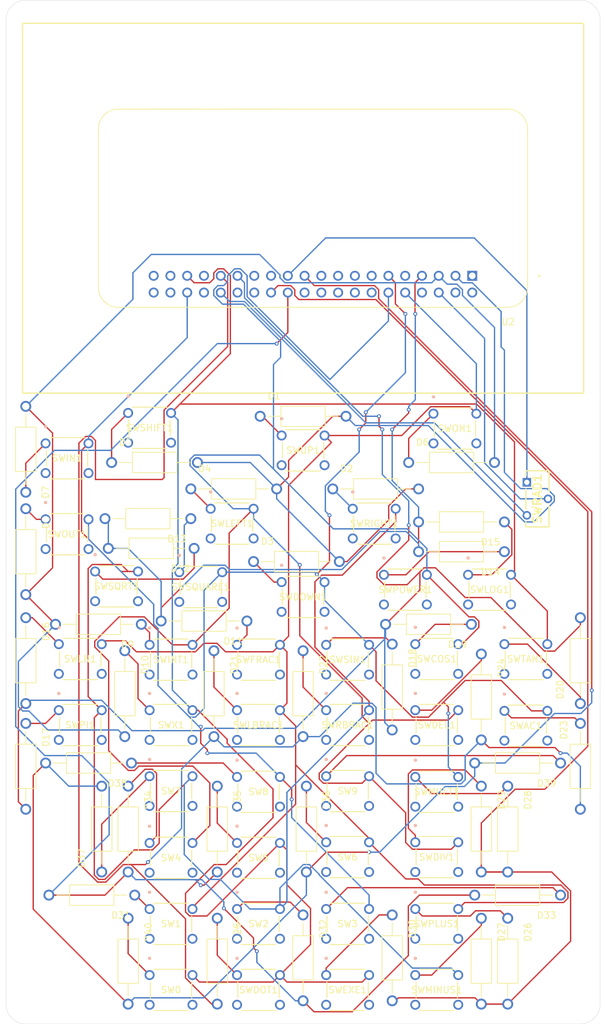
<source format=kicad_pcb>
(kicad_pcb (version 20240108) (generator "pcbnew") (generator_version "8.0")
  (layers (0 "F.Cu" signal) (31 "B.Cu" signal) (34 "B.Paste" user) (35 "F.Paste" user) (36 "B.SilkS" user "B.Silkscreen") (37 "F.SilkS" user "F.Silkscreen") (38 "B.Mask" user) (39 "F.Mask" user) (44 "Edge.Cuts" user))
  (net 0 "")
  (net 1 "GND")
  (net 2 "RAD")
  (net 3 "DEG")
  (net 4 "ROW1")
  (net 5 "Net-(D1-K)")
  (net 6 "Net-(D2-K)")
  (net 7 "Net-(D3-K)")
  (net 8 "Net-(D4-K)")
  (net 9 "Net-(D5-K)")
  (net 10 "Net-(D6-K)")
  (net 11 "ROW2")
  (net 12 "Net-(D7-K)")
  (net 13 "Net-(D8-K)")
  (net 14 "Net-(D9-K)")
  (net 15 "Net-(D10-K)")
  (net 16 "ROW3")
  (net 17 "Net-(D11-K)")
  (net 18 "Net-(D12-K)")
  (net 19 "Net-(D13-K)")
  (net 20 "Net-(D14-K)")
  (net 21 "Net-(D15-K)")
  (net 22 "ROW4")
  (net 23 "Net-(D16-K)")
  (net 24 "Net-(D17-K)")
  (net 25 "Net-(D18-K)")
  (net 26 "Net-(D19-K)")
  (net 27 "Net-(D20-K)")
  (net 28 "ROW5")
  (net 29 "Net-(D21-K)")
  (net 30 "Net-(D22-K)")
  (net 31 "Net-(D23-K)")
  (net 32 "Net-(D24-K)")
  (net 33 "Net-(D25-K)")
  (net 34 "Net-(D26-K)")
  (net 35 "ROW6")
  (net 36 "Net-(D27-K)")
  (net 37 "Net-(D28-K)")
  (net 38 "Net-(D29-K)")
  (net 39 "Net-(D30-K)")
  (net 40 "Net-(D31-K)")
  (net 41 "ROW7")
  (net 42 "Net-(D32-K)")
  (net 43 "Net-(D33-K)")
  (net 44 "Net-(D34-K)")
  (net 45 "Net-(D35-K)")
  (net 46 "Net-(D36-K)")
  (net 47 "ROW8")
  (net 48 "Net-(D37-K)")
  (net 49 "Net-(D38-K)")
  (net 50 "Net-(D39-K)")
  (net 51 "Net-(D40-K)")
  (net 52 "COL5")
  (net 57 "COL1")
  (net 58 "COL2")
  (net 63 "COL3")
  (net 66 "COL4")
  (footprint "B3F-1050:SW_B3F-1050_OMR" (layer "F.Cu") (at 89.999998 126.1049)
    (property "Reference" "SWFRAC1")
    (property "Value" "B3F-1050")
  )
  (footprint "1N4148 _DO-35_:DIOAD1300W80L670D310" (layer "F.Cu") (at 127 134 -90)
    (property "Reference" "D24")
    (property "Value" "D")
  )
  (footprint "B3F-1050:SW_B3F-1050_OMR" (layer "F.Cu") (at 60.999998 95.6049)
    (property "Reference" "SWIN1")
    (property "Value" "B3F-1050")
  )
  (footprint "1N4148 _DO-35_:DIOAD1300W80L670D310" (layer "F.Cu") (at 68 164 180)
    (property "Reference" "D31")
    (property "Value" "D")
  )
  (footprint "1N4148 _DO-35_:DIOAD1300W80L670D310" (layer "F.Cu") (at 69 123 180)
    (property "Reference" "D9")
    (property "Value" "D")
  )
  (footprint "1N4148 _DO-35_:DIOAD1300W80L670D310" (layer "F.Cu") (at 73 133.5 -90)
    (property "Reference" "D10")
    (property "Value" "D")
  )
  (footprint "1N4148 _DO-35_:DIOAD1300W80L670D310" (layer "F.Cu") (at 131 154 -90)
    (property "Reference" "D28")
    (property "Value" "D")
  )
  (footprint "B3F-1050:SW_B3F-1050_OMR" (layer "F.Cu") (at 103.5 135.999999)
    (property "Reference" "SWRBRAC1")
    (property "Value" "B3F-1050")
  )
  (footprint "B3F-1050:SW_B3F-1050_OMR" (layer "F.Cu") (at 117 166.1049)
    (property "Reference" "SWPLUS1")
    (property "Value" "B3F-1050")
  )
  (footprint "1N4148 _DO-35_:DIOAD1300W80L670D310" (layer "F.Cu") (at 100 91.5)
    (property "Reference" "D1")
    (property "Value" "D")
  )
  (footprint "B3F-1050:SW_B3F-1050_OMR" (layer "F.Cu") (at 103.5 146)
    (property "Reference" "SW9")
    (property "Value" "B3F-1050")
  )
  (footprint "1N4148 _DO-35_:DIOAD1300W80L670D310" (layer "F.Cu") (at 100.5 154 -90)
    (property "Reference" "D36")
    (property "Value" "D")
  )
  (footprint "B3F-1050:SW_B3F-1050_OMR" (layer "F.Cu") (at 68.499998 115)
    (property "Reference" "SWSQRT1")
    (property "Value" "B3F-1050")
  )
  (footprint "1N4148 _DO-35_:DIOAD1300W80L670D310" (layer "F.Cu") (at 85 122.5 180)
    (property "Reference" "D11")
    (property "Value" "D")
  )
  (footprint "1N4148 _DO-35_:DIOAD1300W80L670D310" (layer "F.Cu") (at 58 128.5 -90)
    (property "Reference" "D16")
    (property "Value" "D")
  )
  (footprint "1N4148 _DO-35_:DIOAD1300W80L670D310" (layer "F.Cu") (at 131 174 -90)
    (property "Reference" "D26")
    (property "Value" "D")
  )
  (footprint "B3F-1050:SW_B3F-1050_OMR" (layer "F.Cu") (at 124.999998 115.499999)
    (property "Reference" "SWLOG1")
    (property "Value" "B3F-1050")
  )
  (footprint "1N4148 _DO-35_:DIOAD1300W80L670D310" (layer "F.Cu") (at 69.5 154 90)
    (property "Reference" "D37")
    (property "Value" "D")
  )
  (footprint "B3F-1050:SW_B3F-1050_OMR" (layer "F.Cu") (at 76.749999 126.1049)
    (property "Reference" "SWINT1")
    (property "Value" "B3F-1050")
  )
  (footprint "B3F-1050:SW_B3F-1050_OMR" (layer "F.Cu") (at 76.749999 176.1049)
    (property "Reference" "SW0")
    (property "Value" "B3F-1050")
  )
  (footprint "1N4148 _DO-35_:DIOAD1300W80L670D310" (layer "F.Cu") (at 124 107.5 180)
    (property "Reference" "D15")
    (property "Value" "D")
  )
  (footprint "B3F-1050:SW_B3F-1050_OMR" (layer "F.Cu") (at 89.999998 166.1049)
    (property "Reference" "SW2")
    (property "Value" "B3F-1050")
  )
  (footprint "B3F-1050:SW_B3F-1050_OMR" (layer "F.Cu") (at 119.749999 91.1049)
    (property "Reference" "SWON1")
    (property "Value" "B3F-1050")
  )
  (footprint "1N4148 _DO-35_:DIOAD1300W80L670D310" (layer "F.Cu") (at 111 102.5)
    (property "Reference" "D2")
    (property "Value" "D")
  )
  (footprint "B3F-1050:SW_B3F-1050_OMR" (layer "F.Cu") (at 73.499998 90.999999)
    (property "Reference" "SWSHIFT1")
    (property "Value" "B3F-1050")
  )
  (footprint "1N4148 _DO-35_:DIOAD1300W80L670D310" (layer "F.Cu") (at 73.5 174 -90)
    (property "Reference" "D40")
    (property "Value" "D")
  )
  (footprint "1N4148 _DO-35_:DIOAD1300W80L670D310" (layer "F.Cu") (at 142 128.5 90)
    (property "Reference" "D20")
    (property "Value" "D")
  )
  (footprint "B3F-1050:SW_B3F-1050_OMR" (layer "F.Cu") (at 76.749999 136)
    (property "Reference" "SWX1")
    (property "Value" "B3F-1050")
  )
  (footprint "1N4148 _DO-35_:DIOAD1300W80L670D310" (layer "F.Cu") (at 132.5 164 180)
    (property "Reference" "D33")
    (property "Value" "D")
  )
  (footprint "RPI-Zero-2W:MODULE_RASPBERRY_PI_ZERO_2_W" (layer "F.Cu") (at 101.5 60 180)
    (property "Reference" "U2")
    (property "Value" "RASPBERRY_PI_ZERO_2_W")
  )
  (footprint "1N4148 _DO-35_:DIOAD1300W80L670D310" (layer "F.Cu") (at 113.5 173.5 -90)
    (property "Reference" "D30")
    (property "Value" "D")
  )
  (footprint "1N4148 _DO-35_:DIOAD1300W80L670D310" (layer "F.Cu") (at 76.5 107 180)
    (property "Reference" "D13")
    (property "Value" "D")
  )
  (footprint "1N4148 _DO-35_:DIOAD1300W80L670D310" (layer "F.Cu") (at 58 144.5 -90)
    (property "Reference" "D17")
    (property "Value" "D")
  )
  (footprint "B3F-1050:SW_B3F-1050_OMR" (layer "F.Cu") (at 76.749999 146)
    (property "Reference" "SW7")
    (property "Value" "B3F-1050")
  )
  (footprint "1N4148 _DO-35_:DIOAD1300W80L670D310" (layer "F.Cu") (at 127 174 -90)
    (property "Reference" "D27")
    (property "Value" "D")
  )
  (footprint "1N4148 _DO-35_:DIOAD1300W80L670D310" (layer "F.Cu") (at 77.5 98.5)
    (property "Reference" "D5")
    (property "Value" "D")
  )
  (footprint "B3F-1050:SW_B3F-1050_OMR" (layer "F.Cu") (at 81.249999 115.1049)
    (property "Reference" "SWSQUARE1")
    (property "Value" "B3F-1050")
  )
  (footprint "1N4148 _DO-35_:DIOAD1300W80L670D310" (layer "F.Cu") (at 142 144.5 -90)
    (property "Reference" "D23")
    (property "Value" "D")
  )
  (footprint "B3F-1050:SW_B3F-1050_OMR" (layer "F.Cu") (at 90 146.1049)
    (property "Reference" "SW8")
    (property "Value" "B3F-1050")
  )
  (footprint "B3F-1050:SW_B3F-1050_OMR" (layer "F.Cu") (at 107.527371 105.5)
    (property "Reference" "SWRIGHT1")
    (property "Value" "B3F-1050")
  )
  (footprint "1N4148 _DO-35_:DIOAD1300W80L670D310" (layer "F.Cu") (at 58 96.5 90)
    (property "Reference" "D7")
    (property "Value" "D")
  )
  (footprint "B3F-1050:SW_B3F-1050_OMR" (layer "F.Cu") (at 117 176.1049)
    (property "Reference" "SWMINUS1")
    (property "Value" "B3F-1050")
  )
  (footprint "B3F-1050:SW_B3F-1050_OMR" (layer "F.Cu") (at 103.5 176.1049)
    (property "Reference" "SWEXE1")
    (property "Value" "B3F-1050")
  )
  (footprint "B3F-1050:SW_B3F-1050_OMR" (layer "F.Cu") (at 76.749999 156.1049)
    (property "Reference" "SW4")
    (property "Value" "B3F-1050")
  )
  (footprint "1N4148 _DO-35_:DIOAD1300W80L670D310" (layer "F.Cu") (at 73.5 154 -90)
    (property "Reference" "D34")
    (property "Value" "D")
  )
  (footprint "1N4148 _DO-35_:DIOAD1300W80L670D310" (layer "F.Cu") (at 58 112 -90)
    (property "Reference" "D8")
    (property "Value" "D")
  )
  (footprint "B3F-1050:SW_B3F-1050_OMR" (layer "F.Cu") (at 103.5 126.1049)
    (property "Reference" "SWSIN1")
    (property "Value" "B3F-1050")
  )
  (footprint "1N4148 _DO-35_:DIOAD1300W80L670D310" (layer "F.Cu") (at 132.5 144 180)
    (property "Reference" "D39")
    (property "Value" "D")
  )
  (footprint "B3F-1050:SW_B3F-1050_OMR" (layer "F.Cu") (at 89.999998 156.1049)
    (property "Reference" "SW5")
    (property "Value" "B3F-1050")
  )
  (footprint "B3F-1050:SW_B3F-1050_OMR" (layer "F.Cu") (at 130.5 125.999999)
    (property "Reference" "SWTAN1")
    (property "Value" "B3F-1050")
  )
  (footprint "B3F-1050:SW_B3F-1050_OMR" (layer "F.Cu") (at 62.999998 135.999999)
    (property "Reference" "SWPI1")
    (property "Value" "B3F-1050")
  )
  (footprint "1N4148 _DO-35_:DIOAD1300W80L670D310" (layer "F.Cu") (at 89.5 102.5)
    (property "Reference" "D4")
    (property "Value" "D")
  )
  (footprint "1N4148 _DO-35_:DIOAD1300W80L670D310" (layer "F.Cu") (at 100 133.5 -90)
    (property "Reference" "D22")
    (property "Value" "D")
  )
  (footprint "B3F-1050:SW_B3F-1050_OMR" (layer "F.Cu") (at 116.999998 135.999999)
    (property "Reference" "SWDEL1")
    (property "Value" "B3F-1050")
  )
  (footprint "B3F-1050:SW_B3F-1050_OMR" (layer "F.Cu") (at 103.5 155.999999)
    (property "Reference" "SW6")
    (property "Value" "B3F-1050")
  )
  (footprint "1N4148 _DO-35_:DIOAD1300W80L670D310" (layer "F.Cu") (at 100 173.5 -90)
    (property "Reference" "D32")
    (property "Value" "D")
  )
  (footprint "B3F-1050:SW_B3F-1050_OMR" (layer "F.Cu") (at 90 135.999999)
    (property "Reference" "SWLBRAC1")
    (property "Value" "B3F-1050")
  )
  (footprint "1N4148 _DO-35_:DIOAD1300W80L670D310" (layer "F.Cu") (at 86.5 133.5 -90)
    (property "Reference" "D21")
    (property "Value" "D")
  )
  (footprint "1N4148 _DO-35_:DIOAD1300W80L670D310" (layer "F.Cu") (at 127 154 -90)
    (property "Reference" "D29")
    (property "Value" "D")
  )
  (footprint "1N4148 _DO-35_:DIOAD1300W80L670D310" (layer "F.Cu") (at 87 174 -90)
    (property "Reference" "D25")
    (property "Value" "D")
  )
  (footprint "1N4148 _DO-35_:DIOAD1300W80L670D310" (layer "F.Cu") (at 119 123 180)
    (property "Reference" "D19")
    (property "Value" "D")
  )
  (footprint "1N4148 _DO-35_:DIOAD1300W80L670D310" (layer "F.Cu") (at 87 154 -90)
    (property "Reference" "D35")
    (property "Value" "D")
  )
  (footprint "1N4148 _DO-35_:DIOAD1300W80L670D310" (layer "F.Cu") (at 99 113.5)
    (property "Reference" "D3")
    (property "Value" "D")
  )
  (footprint "B3F-1050:SW_B3F-1050_OMR" (layer "F.Cu") (at 130.499998 136.1049)
    (property "Reference" "SWAC1")
    (property "Value" "B3F-1050")
  )
  (footprint "B3F-1050:SW_B3F-1050_OMR" (layer "F.Cu") (at 96.749999 116.6049)
    (property "Reference" "SWDOWN1")
    (property "Value" "B3F-1050")
  )
  (footprint "1N4148 _DO-35_:DIOAD1300W80L670D310" (layer "F.Cu") (at 124 112 180)
    (property "Reference" "D14")
    (property "Value" "D")
  )
  (footprint "B3F-1050:SW_B3F-1050_OMR" (layer "F.Cu") (at 62.999998 126)
    (property "Reference" "SWLN1")
    (property "Value" "B3F-1050")
  )
  (footprint "B3F-1050:SW_B3F-1050_OMR" (layer "F.Cu") (at 112.249999 115.5)
    (property "Reference" "SWPOWER1")
    (property "Value" "B3F-1050")
  )
  (footprint "JS102011CQN:JS102011CQN" (layer "F.Cu") (at 133.9 101.5 -90)
    (property "Reference" "SWRAD1")
    (property "Value" "JS102011CQN" (hide yes))
  )
  (footprint "1N4148 _DO-35_:DIOAD1300W80L670D310" (layer "F.Cu") (at 67.5 144 180)
    (property "Reference" "D38")
    (property "Value" "D")
  )
  (footprint "B3F-1050:SW_B3F-1050_OMR" (layer "F.Cu") (at 117 156)
    (property "Reference" "SWDIV1")
    (property "Value" "B3F-1050")
  )
  (footprint "1N4148 _DO-35_:DIOAD1300W80L670D310" (layer "F.Cu") (at 113.5 132.5 -90)
    (property "Reference" "D18")
    (property "Value" "D")
  )
  (footprint "B3F-1050:SW_B3F-1050_OMR" (layer "F.Cu") (at 103.499998 166.1049)
    (property "Reference" "SW3")
    (property "Value" "B3F-1050")
  )
  (footprint "B3F-1050:SW_B3F-1050_OMR" (layer "F.Cu") (at 117 125.999999)
    (property "Reference" "SWCOS1")
    (property "Value" "B3F-1050")
  )
  (footprint "1N4148 _DO-35_:DIOAD1300W80L670D310" (layer "F.Cu") (at 122.5 98.5)
    (property "Reference" "D6")
    (property "Value" "D")
  )
  (footprint "B3F-1050:SW_B3F-1050_OMR" (layer "F.Cu") (at 85.999998 105.499999)
    (property "Reference" "SWLEFT1")
    (property "Value" "B3F-1050")
  )
  (footprint "B3F-1050:SW_B3F-1050_OMR" (layer "F.Cu") (at 76.749999 166.1049)
    (property "Reference" "SW1")
    (property "Value" "B3F-1050")
  )
  (footprint "B3F-1050:SW_B3F-1050_OMR" (layer "F.Cu") (at 117 146.1049)
    (property "Reference" "SWMULT1")
    (property "Value" "B3F-1050")
  )
  (footprint "1N4148 _DO-35_:DIOAD1300W80L670D310" (layer "F.Cu") (at 77 111.5 180)
    (property "Reference" "D12")
    (property "Value" "D")
  )
  (footprint "B3F-1050:SW_B3F-1050_OMR" (layer "F.Cu") (at 96.753681 94.412597)
    (property "Reference" "SWUP1")
    (property "Value" "B3F-1050")
  )
  (footprint "B3F-1050:SW_B3F-1050_OMR" (layer "F.Cu") (at 60.999998 107.1049)
    (property "Reference" "SWOUT1")
    (property "Value" "B3F-1050")
  )
  (footprint "B3F-1050:SW_B3F-1050_OMR" (layer "F.Cu") (at 90 176.1049)
    (property "Reference" "SWDOT1")
    (property "Value" "B3F-1050")
  )
  (gr_rect (start 57.5 32) (end 142.5 88) (stroke (width 0.2)) (fill none) (layer "F.SilkS"))
  (gr_line (start 142 183.5) (end 58 183.5) (stroke (width 0.05)) (layer "Edge.Cuts"))
  (gr_arc (start 145 180.5) (mid 144.12132 182.62132) (end 142 183.5) (stroke (width 0.05)) (layer "Edge.Cuts"))
  (gr_arc (start 55 31.5) (mid 55.87868 29.37868) (end 58 28.5) (stroke (width 0.05)) (layer "Edge.Cuts"))
  (gr_arc (start 142 28.5) (mid 144.12132 29.37868) (end 145 31.5) (stroke (width 0.05)) (layer "Edge.Cuts"))
  (gr_line (start 58 28.5) (end 142 28.5) (stroke (width 0.05)) (layer "Edge.Cuts"))
  (gr_line (start 55 180.5) (end 55 31.5) (stroke (width 0.05)) (layer "Edge.Cuts"))
  (gr_arc (start 58 183.5) (mid 55.87868 182.62132) (end 55 180.5) (stroke (width 0.05)) (layer "Edge.Cuts"))
  (gr_line (start 145 31.5) (end 145 180.5) (stroke (width 0.05)) (layer "Edge.Cuts"))
  (segment (start 127.5 79.72) (end 120.55 72.77) (width 0.2) (layer "B.Cu") (net 1))
  (segment (start 127.5 98.590991) (end 127.5 79.72) (width 0.2) (layer "B.Cu") (net 1))
  (segment (start 137.1 104) (end 132.909009 104) (width 0.2) (layer "B.Cu") (net 1))
  (segment (start 132.909009 104) (end 127.5 98.590991) (width 0.2) (layer "B.Cu") (net 1))
  (segment (start 133.9 106.5) (end 119.9 92.5) (width 0.2) (layer "B.Cu") (net 2))
  (segment (start 91.124 74.124) (end 88.884 74.124) (width 0.2) (layer "B.Cu") (net 2))
  (segment (start 88.884 74.124) (end 87.53 72.77) (width 0.2) (layer "B.Cu") (net 2))
  (segment (start 109.5 92.5) (end 91.124 74.124) (width 0.2) (layer "B.Cu") (net 2))
  (segment (start 119.9 92.5) (end 109.5 92.5) (width 0.2) (layer "B.Cu") (net 2))
  (segment (start 125.939518 64.5) (end 103.42 64.5) (width 0.2) (layer "B.Cu") (net 3))
  (segment (start 133.9 72.460482) (end 125.939518 64.5) (width 0.2) (layer "B.Cu") (net 3))
  (segment (start 133.9 101.5) (end 133.9 72.460482) (width 0.2) (layer "B.Cu") (net 3))
  (segment (start 103.42 64.5) (end 97.69 70.23) (width 0.2) (layer "B.Cu") (net 3))
  (segment (start 106.5 91.5) (end 104.5 91.5) (width 0.2) (layer "F.Cu") (net 4))
  (segment (start 97.80768 100.69232) (end 96 102.5) (width 0.2) (layer "F.Cu") (net 4))
  (segment (start 112.973374 107.193352) (end 106.666726 113.5) (width 0.2) (layer "F.Cu") (net 4))
  (segment (start 112.973374 105.063419) (end 112.973374 107.193352) (width 0.2) (layer "F.Cu") (net 4))
  (segment (start 97.80768 98.19232) (end 97.80768 100.69232) (width 0.2) (layer "F.Cu") (net 4))
  (segment (start 117.5 102.5) (end 115.536793 102.5) (width 0.2) (layer "F.Cu") (net 4))
  (segment (start 104.5 91.5) (end 97.80768 98.19232) (width 0.2) (layer "F.Cu") (net 4))
  (segment (start 106.666726 113.5) (end 105.5 113.5) (width 0.2) (layer "F.Cu") (net 4))
  (segment (start 115.536793 102.5) (end 112.973374 105.063419) (width 0.2) (layer "F.Cu") (net 4))
  (segment (start 130 75.649418) (end 125.634582 71.284) (width 0.2) (layer "B.Cu") (net 4))
  (segment (start 106.5 91.5) (end 107.9 92.9) (width 0.2) (layer "B.Cu") (net 4))
  (segment (start 125.634582 71.284) (end 124.144 71.284) (width 0.2) (layer "B.Cu") (net 4))
  (segment (start 84 98.5) (end 92 98.5) (width 0.2) (layer "B.Cu") (net 4))
  (segment (start 96 102.5) (end 96 104) (width 0.2) (layer "B.Cu") (net 4))
  (segment (start 136.95 102.45) (end 132.95 102.45) (width 0.2) (layer "B.Cu") (net 4))
  (segment (start 130.5 81.5) (end 130 81) (width 0.2) (layer "B.Cu") (net 4))
  (segment (start 138.05 103.55) (end 136.95 102.45) (width 0.2) (layer "B.Cu") (net 4))
  (segment (start 130.5 100) (end 130.5 81.5) (width 0.2) (layer "B.Cu") (net 4))
  (segment (start 132.95 102.45) (end 130.5 100) (width 0.2) (layer "B.Cu") (net 4))
  (segment (start 133.556497 107.5) (end 134.943503 107.5) (width 0.2) (layer "B.Cu") (net 4))
  (segment (start 96 104) (end 105.5 113.5) (width 0.2) (layer "B.Cu") (net 4))
  (segment (start 134.943503 107.5) (end 138.05 104.393503) (width 0.2) (layer "B.Cu") (net 4))
  (segment (start 130 81) (end 130 75.649418) (width 0.2) (layer "B.Cu") (net 4))
  (segment (start 138.05 104.393503) (end 138.05 103.55) (width 0.2) (layer "B.Cu") (net 4))
  (segment (start 107.9 92.9) (end 118.956497 92.9) (width 0.2) (layer "B.Cu") (net 4))
  (segment (start 124.144 71.284) (end 123.09 70.23) (width 0.2) (layer "B.Cu") (net 4))
  (segment (start 92 98.5) (end 96 102.5) (width 0.2) (layer "B.Cu") (net 4))
  (segment (start 118.956497 92.9) (end 133.556497 107.5) (width 0.2) (layer "B.Cu") (net 4))
  (segment (start 93.841084 91.5) (end 93.5 91.5) (width 0.2) (layer "F.Cu") (net 5))
  (segment (start 96.753681 94.412597) (end 93.841084 91.5) (width 0.2) (layer "F.Cu") (net 5))
  (segment (start 107.5 105.5) (end 107.527371 105.5) (width 0.2) (layer "B.Cu") (net 6))
  (segment (start 104.5 102.5) (end 107.5 105.5) (width 0.2) (layer "B.Cu") (net 6))
  (segment (start 96.749999 116.6049) (end 95.6049 116.6049) (width 0.2) (layer "F.Cu") (net 7))
  (segment (start 95.6049 116.6049) (end 92.5 113.5) (width 0.2) (layer "F.Cu") (net 7))
  (segment (start 85.999998 105.499999) (end 83 102.500001) (width 0.2) (layer "F.Cu") (net 8))
  (segment (start 83 102.500001) (end 83 102.5) (width 0.2) (layer "F.Cu") (net 8))
  (segment (start 73.499998 90.999999) (end 71 93.499997) (width 0.2) (layer "F.Cu") (net 9))
  (segment (start 71 93.499997) (end 71 98.5) (width 0.2) (layer "F.Cu") (net 9))
  (segment (start 119.749999 91.1049) (end 116 94.854899) (width 0.2) (layer "F.Cu") (net 10))
  (segment (start 116 94.854899) (end 116 98.5) (width 0.2) (layer "F.Cu") (net 10))
  (segment (start 58 90) (end 62.053997 94.053997) (width 0.2) (layer "F.Cu") (net 11))
  (segment (start 62.053997 94.053997) (end 62.053997 114.446003) (width 0.2) (layer "F.Cu") (net 11))
  (segment (start 58 118.5) (end 62.5 123) (width 0.2) (layer "F.Cu") (net 11))
  (segment (start 62.053997 114.446003) (end 58 118.5) (width 0.2) (layer "F.Cu") (net 11))
  (segment (start 129 98.5) (end 129 78.062582) (width 0.2) (layer "B.Cu") (net 11))
  (segment (start 93.410582 67) (end 96.5 70.089418) (width 0.2) (layer "B.Cu") (net 11))
  (segment (start 123.310582 71.5) (end 121.82 71.5) (width 0.2) (layer "B.Cu") (net 11))
  (segment (start 121.82 71.5) (end 120.55 70.23) (width 0.2) (layer "B.Cu") (net 11))
  (segment (start 61.340991 139) (end 72 139) (width 0.2) (layer "B.Cu") (net 11))
  (segment (start 72 139) (end 73 140) (width 0.2) (layer "B.Cu") (net 11))
  (segment (start 74.225 69.775) (end 77 67) (width 0.2) (layer "B.Cu") (net 11))
  (segment (start 96.5 70.089418) (end 96.5 70.530582) (width 0.2) (layer "B.Cu") (net 11))
  (segment (start 62.5 123) (end 56.875 128.625) (width 0.2) (layer "B.Cu") (net 11))
  (segment (start 74.225 73.775) (end 74.225 69.775) (width 0.2) (layer "B.Cu") (net 11))
  (segment (start 124.144 73.206582) (end 124.144 72.333418) (width 0.2) (layer "B.Cu") (net 11))
  (segment (start 56.875 135.465991) (end 57.534009 136.125) (width 0.2) (layer "B.Cu") (net 11))
  (segment (start 129 78.062582) (end 124.144 73.206582) (width 0.2) (layer "B.Cu") (net 11))
  (segment (start 97.253418 71.284) (end 119.496 71.284) (width 0.2) (layer "B.Cu") (net 11))
  (segment (start 58 90) (end 74.225 73.775) (width 0.2) (layer "B.Cu") (net 11))
  (segment (start 77 67) (end 93.410582 67) (width 0.2) (layer "B.Cu") (net 11))
  (segment (start 124.144 72.333418) (end 123.310582 71.5) (width 0.2) (layer "B.Cu") (net 11))
  (segment (start 119.496 71.284) (end 120.55 70.23) (width 0.2) (layer "B.Cu") (net 11))
  (segment (start 56.875 128.625) (end 56.875 135.465991) (width 0.2) (layer "B.Cu") (net 11))
  (segment (start 57.534009 136.125) (end 58.465991 136.125) (width 0.2) (layer "B.Cu") (net 11))
  (segment (start 58.465991 136.125) (end 61.340991 139) (width 0.2) (layer "B.Cu") (net 11))
  (segment (start 96.5 70.530582) (end 97.253418 71.284) (width 0.2) (layer "B.Cu") (net 11))
  (segment (start 58 98.604898) (end 58 103) (width 0.2) (layer "F.Cu") (net 12))
  (segment (start 60.999998 95.6049) (end 58 98.604898) (width 0.2) (layer "F.Cu") (net 12))
  (segment (start 60.999998 107.1049) (end 59.6049 107.1049) (width 0.2) (layer "F.Cu") (net 13))
  (segment (start 59.6049 107.1049) (end 58 105.5) (width 0.2) (layer "F.Cu") (net 13))
  (segment (start 76.749999 124.249999) (end 75.5 123) (width 0.2) (layer "F.Cu") (net 14))
  (segment (start 76.749999 126.1049) (end 76.749999 124.249999) (width 0.2) (layer "F.Cu") (net 14))
  (segment (start 75 134.250001) (end 75 129) (width 0.2) (layer "F.Cu") (net 15))
  (segment (start 76.749999 136) (end 75 134.250001) (width 0.2) (layer "F.Cu") (net 15))
  (segment (start 75 129) (end 73 127) (width 0.2) (layer "F.Cu") (net 15))
  (segment (start 117 76) (end 116.956 75.956) (width 0.2) (layer "F.Cu") (net 16))
  (segment (start 81.5 117.5) (end 78.5 120.5) (width 0.2) (layer "F.Cu") (net 16))
  (segment (start 117.5 107.5) (end 117.5 112) (width 0.2) (layer "F.Cu") (net 16))
  (segment (start 78.5 120.5) (end 78.5 122.5) (width 0.2) (layer "F.Cu") (net 16))
  (segment (start 113.5 93.5) (end 116 91) (width 0.2) (layer "F.Cu") (net 16))
  (segment (start 116.956 71.284) (end 118.01 70.23) (width 0.2) (layer "F.Cu") (net 16))
  (segment (start 116.956 75.956) (end 116.956 71.284) (width 0.2) (layer "F.Cu") (net 16))
  (segment (start 116 91) (end 116 90.5) (width 0.2) (layer "F.Cu") (net 16))
  (via (at 117 76) (size 0.6) (drill 0.3) (layers "F.Cu" "B.Cu") (net 16))
  (via (at 113.5 93.5) (size 0.6) (drill 0.3) (layers "F.Cu" "B.Cu") (net 16))
  (via (at 81.5 117.5) (size 0.6) (drill 0.3) (layers "F.Cu" "B.Cu") (net 16))
  (via (at 116 90.5) (size 0.6) (drill 0.3) (layers "F.Cu" "B.Cu") (net 16))
  (segment (start 70.5 107.5) (end 70 107) (width 0.2) (layer "B.Cu") (net 16))
  (segment (start 117.5 107.5) (end 117.5 105.25) (width 0.2) (layer "B.Cu") (net 16))
  (segment (start 111.644989 108.946002) (end 105.886091 114.7049) (width 0.2) (layer "B.Cu") (net 16))
  (segment (start 113.5 101.25) (end 113.5 93.5) (width 0.2) (layer "B.Cu") (net 16))
  (segment (start 73.5 111.5) (end 70.5 111.5) (width 0.2) (layer "B.Cu") (net 16))
  (segment (start 115.612728 108.946002) (end 111.644989 108.946002) (width 0.2) (layer "B.Cu") (net 16))
  (segment (start 78.5 116.5) (end 73.5 111.5) (width 0.2) (layer "B.Cu") (net 16))
  (segment (start 88.186582 114.050901) (end 84.949099 114.050901) (width 0.2) (layer "B.Cu") (net 16))
  (segment (start 105.886091 114.7049) (end 88.840581 114.7049) (width 0.2) (layer "B.Cu") (net 16))
  (segment (start 117 89) (end 117 76) (width 0.2) (layer "B.Cu") (net 16))
  (segment (start 117.5 112) (end 117.5 110.833274) (width 0.2) (layer "B.Cu") (net 16))
  (segment (start 84.949099 114.050901) (end 81.5 117.5) (width 0.2) (layer "B.Cu") (net 16))
  (segment (start 78.5 122.5) (end 78.5 116.5) (width 0.2) (layer "B.Cu") (net 16))
  (segment (start 70.5 111.5) (end 70.5 107.5) (width 0.2) (layer "B.Cu") (net 16))
  (segment (start 117.5 105.25) (end 113.5 101.25) (width 0.2) (layer "B.Cu") (net 16))
  (segment (start 116 90.5) (end 116 90) (width 0.2) (layer "B.Cu") (net 16))
  (segment (start 88.840581 114.7049) (end 88.186582 114.050901) (width 0.2) (layer "B.Cu") (net 16))
  (segment (start 117.5 110.833274) (end 115.612728 108.946002) (width 0.2) (layer "B.Cu") (net 16))
  (segment (start 116 90) (end 117 89) (width 0.2) (layer "B.Cu") (net 16))
  (segment (start 91.5 124.604898) (end 91.5 122.5) (width 0.2) (layer "F.Cu") (net 17))
  (segment (start 89.999998 126.1049) (end 91.5 124.604898) (width 0.2) (layer "F.Cu") (net 17))
  (segment (start 68.499998 115) (end 69.658897 116.158899) (width 0.2) (layer "F.Cu") (net 18))
  (segment (start 83.5 114.5) (end 83.5 111.5) (width 0.2) (layer "F.Cu") (net 18))
  (segment (start 69.658897 116.158899) (end 81.841101 116.158899) (width 0.2) (layer "F.Cu") (net 18))
  (segment (start 81.841101 116.158899) (end 83.5 114.5) (width 0.2) (layer "F.Cu") (net 18))
  (segment (start 82.003998 107.996002) (end 82.003998 114.350901) (width 0.2) (layer "B.Cu") (net 19))
  (segment (start 83 107) (end 82.003998 107.996002) (width 0.2) (layer "B.Cu") (net 19))
  (segment (start 82.003998 114.350901) (end 81.249999 115.1049) (width 0.2) (layer "B.Cu") (net 19))
  (segment (start 119.090991 112) (end 130.5 112) (width 0.2) (layer "F.Cu") (net 20))
  (segment (start 112.249999 115.5) (end 115.590991 115.5) (width 0.2) (layer "F.Cu") (net 20))
  (segment (start 115.590991 115.5) (end 119.090991 112) (width 0.2) (layer "F.Cu") (net 20))
  (segment (start 131.625 108.625) (end 130.5 107.5) (width 0.2) (layer "F.Cu") (net 21))
  (segment (start 128.590992 115.499999) (end 131.625 112.465991) (width 0.2) (layer "F.Cu") (net 21))
  (segment (start 124.999998 115.499999) (end 128.590992 115.499999) (width 0.2) (layer "F.Cu") (net 21))
  (segment (start 131.625 112.465991) (end 131.625 108.625) (width 0.2) (layer "F.Cu") (net 21))
  (segment (start 128.455424 118.946001) (end 136.563421 127.053998) (width 0.2) (layer "F.Cu") (net 22))
  (segment (start 124.563417 118.946001) (end 128.455424 118.946001) (width 0.2) (layer "F.Cu") (net 22))
  (segment (start 111.196 115.063419) (end 111.196 115.936581) (width 0.2) (layer "F.Cu") (net 22))
  (segment (start 111.196 115.936581) (end 112.259419 117) (width 0.2) (layer "F.Cu") (net 22))
  (segment (start 117.696002 115.063419) (end 118.31342 114.446001) (width 0.2) (layer "F.Cu") (net 22))
  (segment (start 112.259419 117) (end 115.759421 117) (width 0.2) (layer "F.Cu") (net 22))
  (segment (start 56.875 136.125) (end 56.875 149.875) (width 0.2) (layer "F.Cu") (net 22))
  (segment (start 136.563421 127.053998) (end 138.112728 127.053998) (width 0.2) (layer "F.Cu") (net 22))
  (segment (start 111.5 91.5) (end 111.5 93) (width 0.2) (layer "F.Cu") (net 22))
  (segment (start 117.696002 117.803998) (end 117.696002 115.063419) (width 0.2) (layer "F.Cu") (net 22))
  (segment (start 118.31342 114.446001) (end 120.063417 114.446001) (width 0.2) (layer "F.Cu") (net 22))
  (segment (start 56.875 149.875) (end 58 151) (width 0.2) (layer "F.Cu") (net 22))
  (segment (start 112.5 123) (end 117.696002 117.803998) (width 0.2) (layer "F.Cu") (net 22))
  (segment (start 115.759421 117) (end 118.31342 114.446001) (width 0.2) (layer "F.Cu") (net 22))
  (segment (start 58 135) (end 56.875 136.125) (width 0.2) (layer "F.Cu") (net 22))
  (segment (start 116.004042 110.255377) (end 111.196 115.063419) (width 0.2) (layer "F.Cu") (net 22))
  (segment (start 111.5 93) (end 112 93.5) (width 0.2) (layer "F.Cu") (net 22))
  (segment (start 116.004042 107.990041) (end 116.004042 110.255377) (width 0.2) (layer "F.Cu") (net 22))
  (segment (start 142 123.166726) (end 142 122) (width 0.2) (layer "F.Cu") (net 22))
  (segment (start 138.112728 127.053998) (end 142 123.166726) (width 0.2) (layer "F.Cu") (net 22))
  (segment (start 120.063417 114.446001) (end 124.563417 118.946001) (width 0.2) (layer "F.Cu") (net 22))
  (via (at 116.004042 107.990041) (size 0.6) (drill 0.3) (layers "F.Cu" "B.Cu") (net 22))
  (via (at 111.5 91.5) (size 0.6) (drill 0.3) (layers "F.Cu" "B.Cu") (net 22))
  (via (at 112 93.5) (size 0.6) (drill 0.3) (layers "F.Cu" "B.Cu") (net 22))
  (segment (start 91.124 71.284) (end 91.124 73.558314) (width 0.2) (layer "B.Cu") (net 22))
  (segment (start 112 100.315686) (end 116.004042 104.319728) (width 0.2) (layer "B.Cu") (net 22))
  (segment (start 112 93.5) (end 112 100.315686) (width 0.2) (layer "B.Cu") (net 22))
  (segment (start 116.004042 104.319728) (end 116.004042 107.990041) (width 0.2) (layer "B.Cu") (net 22))
  (segment (start 69.490581 134.5) (end 58.5 134.5) (width 0.2) (layer "B.Cu") (net 22))
  (segment (start 91.124 73.558314) (end 109.065686 91.5) (width 0.2) (layer "B.Cu") (net 22))
  (segment (start 112.5 123) (end 112.5 125.095482) (width 0.2) (layer "B.Cu") (net 22))
  (segment (start 112.375 137.875) (end 112.375 123.125) (width 0.2) (layer "B.Cu") (net 22))
  (segment (start 98.846953 138.748529) (end 85.1 138.748529) (width 0.2) (layer "B.Cu") (net 22))
  (segment (start 58.5 134.5) (end 58 135) (width 0.2) (layer "B.Cu") (net 22))
  (segment (start 113.5 139) (end 112.375 137.875) (width 0.2) (layer "B.Cu") (net 22))
  (segment (start 85.1 138.748529) (end 84.748529 139.1) (width 0.2) (layer "B.Cu") (net 22))
  (segment (start 112.5 125.095482) (end 98.846953 138.748529) (width 0.2) (layer "B.Cu") (net 22))
  (segment (start 112.375 123.125) (end 112.5 123) (width 0.2) (layer "B.Cu") (net 22))
  (segment (start 90.07 70.23) (end 91.124 71.284) (width 0.2) (layer "B.Cu") (net 22))
  (segment (start 74.090581 139.1) (end 69.490581 134.5) (width 0.2) (layer "B.Cu") (net 22))
  (segment (start 109.065686 91.5) (end 111.5 91.5) (width 0.2) (layer "B.Cu") (net 22))
  (segment (start 84.748529 139.1) (end 74.090581 139.1) (width 0.2) (layer "B.Cu") (net 22))
  (segment (start 58.999998 122) (end 58 122) (width 0.2) (layer "F.Cu") (net 23))
  (segment (start 62.999998 126) (end 58.999998 122) (width 0.2) (layer "F.Cu") (net 23))
  (segment (start 60.999997 138) (end 58 138) (width 0.2) (layer "F.Cu") (net 24))
  (segment (start 62.999998 135.999999) (end 60.999997 138) (width 0.2) (layer "F.Cu") (net 24))
  (segment (start 103.5 126.1049) (end 104.553999 125.050901) (width 0.2) (layer "F.Cu") (net 25))
  (segment (start 104.553999 125.050901) (end 112.550901 125.050901) (width 0.2) (layer "F.Cu") (net 25))
  (segment (start 112.550901 125.050901) (end 113.5 126) (width 0.2) (layer "F.Cu") (net 25))
  (segment (start 119.999999 123) (end 125.5 123) (width 0.2) (layer "F.Cu") (net 26))
  (segment (start 117 125.999999) (end 119.999999 123) (width 0.2) (layer "F.Cu") (net 26))
  (segment (start 133.999999 125.999999) (end 142 134) (width 0.2) (layer "F.Cu") (net 27))
  (segment (start 130.5 125.999999) (end 133.999999 125.999999) (width 0.2) (layer "F.Cu") (net 27))
  (segment (start 142 134) (end 142 135) (width 0.2) (layer "F.Cu") (net 27))
  (segment (start 66.046001 95.568319) (end 66.046001 159.202678) (width 0.2) (layer "F.Cu") (net 28))
  (segment (start 66.046001 159.202678) (end 68.868323 162.025) (width 0.2) (layer "F.Cu") (net 28))
  (segment (start 72.781677 159.375) (end 73.5 159.375) (width 0.2) (layer "F.Cu") (net 28))
  (segment (start 73.965991 159.375) (end 82.196002 167.605011) (width 0.2) (layer "F.Cu") (net 28))
  (segment (start 87.53 70.23) (end 88.584 71.284) (width 0.2) (layer "F.Cu") (net 28))
  (segment (start 138.1589 141.6589) (end 139 142.5) (width 0.2) (layer "F.Cu") (net 28))
  (segment (start 78.946001 100.789324) (end 78.66564 101.069685) (width 0.2) (layer "F.Cu") (net 28))
  (segment (start 78.946001 90.563418) (end 78.946001 100.789324) (width 0.2) (layer "F.Cu") (net 28))
  (segment (start 70.131677 162.025) (end 72.781677 159.375) (width 0.2) (layer "F.Cu") (net 28))
  (segment (start 82.196002 176.541481) (end 86.154521 180.5) (width 0.2) (layer "F.Cu") (net 28))
  (segment (start 127 140.5) (end 128.1589 141.6589) (width 0.2) (layer "F.Cu") (net 28))
  (segment (start 128.1589 141.6589) (end 138.1589 141.6589) (width 0.2) (layer "F.Cu") (net 28))
  (segment (start 76.5 159) (end 76.125 159.375) (width 0.2) (layer "F.Cu") (net 28))
  (segment (start 68.868323 162.025) (end 70.131677 162.025) (width 0.2) (layer "F.Cu") (net 28))
  (segment (start 86.154521 180.5) (end 87 180.5) (width 0.2) (layer "F.Cu") (net 28))
  (segment (start 82.196002 167.605011) (end 82.196002 176.541481) (width 0.2) (layer "F.Cu") (net 28))
  (segment (start 88.584 80.925419) (end 78.946001 90.563418) (width 0.2) (layer "F.Cu") (net 28))
  (segment (start 68.553999 101.069685) (end 68.553999 95.168319) (width 0.2) (layer "F.Cu") (net 28))
  (segment (start 76.125 159.375) (end 73.5 159.375) (width 0.2) (layer "F.Cu") (net 28))
  (segment (start 67.936581 94.550901) (end 67.063419 94.550901) (width 0.2) (layer "F.Cu") (net 28))
  (segment (start 78.66564 101.069685) (end 68.553999 101.069685) (width 0.2) (layer "F.Cu") (net 28))
  (segment (start 73.5 159.375) (end 73.965991 159.375) (width 0.2) (layer "F.Cu") (net 28))
  (segment (start 88.584 71.284) (end 88.584 80.925419) (width 0.2) (layer "F.Cu") (net 28))
  (segment (start 67.063419 94.550901) (end 66.046001 95.568319) (width 0.2) (layer "F.Cu") (net 28))
  (segment (start 68.553999 95.168319) (end 67.936581 94.550901) (width 0.2) (layer "F.Cu") (net 28))
  (via (at 76.5 159) (size 0.6) (drill 0.3) (layers "F.Cu" "B.Cu") (net 28))
  (via (at 139 142.5) (size 0.6) (drill 0.3) (layers "F.Cu" "B.Cu") (net 28))
  (segment (start 123.936583 147.158899) (end 112.658899 147.158899) (width 0.2) (layer "B.Cu") (net 28))
  (segment (start 98.446001 141.553999) (end 88.053999 141.553999) (width 0.2) (layer "B.Cu") (net 28))
  (segment (start 88.053999 141.553999) (end 86.5 140) (width 0.2) (layer "B.Cu") (net 28))
  (segment (start 142 144.5) (end 142 151) (width 0.2) (layer "B.Cu") (net 28))
  (segment (start 102.50942 140) (end 100 140) (width 0.2) (layer "B.Cu") (net 28))
  (segment (start 107.56342 134.946) (end 102.50942 140) (width 0.2) (layer "B.Cu") (net 28))
  (segment (start 86.5 140) (end 81.6 144.9) (width 0.2) (layer "B.Cu") (net 28))
  (segment (start 112.658899 147.158899) (end 111.054001 145.554001) (width 0.2) (layer "B.Cu") (net 28))
  (segment (start 127 140.5) (end 124.554001 142.945999) (width 0.2) (layer "B.Cu") (net 28))
  (segment (start 140 142.5) (end 142 144.5) (width 0.2) (layer "B.Cu") (net 28))
  (segment (start 111.054001 145.554001) (end 111.054001 135.563418) (width 0.2) (layer "B.Cu") (net 28))
  (segment (start 139 142.5) (end 140 142.5) (width 0.2) (layer "B.Cu") (net 28))
  (segment (start 124.554001 146.541481) (end 123.936583 147.158899) (width 0.2) (layer "B.Cu") (net 28))
  (segment (start 124.554001 142.945999) (end 124.554001 146.541481) (width 0.2) (layer "B.Cu") (net 28))
  (segment (start 81.6 144.9) (end 81.6 153.9) (width 0.2) (layer "B.Cu") (net 28))
  (segment (start 100 140) (end 98.446001 141.553999) (width 0.2) (layer "B.Cu") (net 28))
  (segment (start 81.6 153.9) (end 76.5 159) (width 0.2) (layer "B.Cu") (net 28))
  (segment (start 110.436583 134.946) (end 107.56342 134.946) (width 0.2) (layer "B.Cu") (net 28))
  (segment (start 111.054001 135.563418) (end 110.436583 134.946) (width 0.2) (layer "B.Cu") (net 28))
  (segment (start 90 135.999999) (end 86.5 132.499999) (width 0.2) (layer "F.Cu") (net 29))
  (segment (start 86.5 132.499999) (end 86.5 127) (width 0.2) (layer "F.Cu") (net 29))
  (segment (start 103.5 135.999999) (end 100 132.499999) (width 0.2) (layer "F.Cu") (net 30))
  (segment (start 100 132.499999) (end 100 127) (width 0.2) (layer "F.Cu") (net 30))
  (segment (start 141.158899 137.158899) (end 142 138) (width 0.2) (layer "F.Cu") (net 31))
  (segment (start 130.499998 136.1049) (end 131.553997 137.158899) (width 0.2) (layer "F.Cu") (net 31))
  (segment (start 131.553997 137.158899) (end 141.158899 137.158899) (width 0.2) (layer "F.Cu") (net 31))
  (segment (start 119.490583 135.999999) (end 127 128.490582) (width 0.2) (layer "F.Cu") (net 32))
  (segment (start 116.999998 135.999999) (end 119.490583 135.999999) (width 0.2) (layer "F.Cu") (net 32))
  (segment (start 127 128.490582) (end 127 127.5) (width 0.2) (layer "F.Cu") (net 32))
  (segment (start 87 173.1049) (end 87 167.5) (width 0.2) (layer "F.Cu") (net 33))
  (segment (start 90 176.1049) (end 87 173.1049) (width 0.2) (layer "F.Cu") (net 33))
  (segment (start 126.125 166.375) (end 129.875 166.375) (width 0.2) (layer "F.Cu") (net 34))
  (segment (start 129.875 166.375) (end 131 167.5) (width 0.2) (layer "F.Cu") (net 34))
  (segment (start 118.053999 167.158899) (end 125.341101 167.158899) (width 0.2) (layer "F.Cu") (net 34))
  (segment (start 117 166.1049) (end 118.053999 167.158899) (width 0.2) (layer "F.Cu") (net 34))
  (segment (start 125.341101 167.158899) (end 126.125 166.375) (width 0.2) (layer "F.Cu") (net 34))
  (segment (start 113.5 180) (end 114 180) (width 0.2) (layer "F.Cu") (net 35))
  (segment (start 140.525 163.368323) (end 140.525 170.975) (width 0.2) (layer "F.Cu") (net 35))
  (segment (start 126.050902 179.550902) (end 127 180.5) (width 0.2) (layer "F.Cu") (net 35))
  (segment (start 143.125 105.923633) (end 111.025367 73.824) (width 0.2) (layer "F.Cu") (net 35))
  (segment (start 132.125 147.965991) (end 136.625 147.965991) (width 0.2) (layer "F.Cu") (net 35))
  (segment (start 98.126582 71.716) (end 96.204 71.716) (width 0.2) (layer "F.Cu") (net 35))
  (segment (start 143.125 141.465991) (end 143.125 105.923633) (width 0.2) (layer "F.Cu") (net 35))
  (segment (start 98.744 72.333418) (end 98.126582 71.716) (width 0.2) (layer "F.Cu") (net 35))
  (segment (start 96.204 71.716) (end 95.15 72.77) (width 0.2) (layer "F.Cu") (net 35))
  (segment (start 127 160.5) (end 127 153.090991) (width 0.2) (layer "F.Cu") (net 35))
  (segment (start 99.361418 73.824) (end 98.744 73.206582) (width 0.2) (layer "F.Cu") (net 35))
  (segment (start 111.025367 73.824) (end 99.361418 73.824) (width 0.2) (layer "F.Cu") (net 35))
  (segment (start 98.744 73.206582) (end 98.744 72.333418) (width 0.2) (layer "F.Cu") (net 35))
  (segment (start 114 180) (end 114.449098 179.550902) (width 0.2) (layer "F.Cu") (net 35))
  (segment (start 136.625 147.965991) (end 143.125 141.465991) (width 0.2) (layer "F.Cu") (net 35))
  (segment (start 127 153.090991) (end 132.125 147.965991) (width 0.2) (layer "F.Cu") (net 35))
  (segment (start 127 160.5) (end 131 160.5) (width 0.2) (layer "F.Cu") (net 35))
  (segment (start 127 160.5) (end 137.656677 160.5) (width 0.2) (layer "F.Cu") (net 35))
  (segment (start 131 180.5) (end 127 180.5) (width 0.2) (layer "F.Cu") (net 35))
  (segment (start 114.449098 179.550902) (end 126.050902 179.550902) (width 0.2) (layer "F.Cu") (net 35))
  (segment (start 140.525 170.975) (end 131 180.5) (width 0.2) (layer "F.Cu") (net 35))
  (segment (start 137.656677 160.5) (end 140.525 163.368323) (width 0.2) (layer "F.Cu") (net 35))
  (segment (start 127 168.595483) (end 127 167.5) (width 0.2) (layer "F.Cu") (net 36))
  (segment (start 117 176.1049) (end 119.490583 176.1049) (width 0.2) (layer "F.Cu") (net 36))
  (segment (start 119.490583 176.1049) (end 127 168.595483) (width 0.2) (layer "F.Cu") (net 36))
  (segment (start 117 146.1049) (end 119.5201 148.625) (width 0.2) (layer "F.Cu") (net 37))
  (segment (start 119.5201 148.625) (end 129.875 148.625) (width 0.2) (layer "F.Cu") (net 37))
  (segment (start 129.875 148.625) (end 131 147.5) (width 0.2) (layer "F.Cu") (net 37))
  (segment (start 124.550901 145.050901) (end 127 147.5) (width 0.2) (layer "F.Cu") (net 38))
  (segment (start 115.946001 145.668319) (end 116.563419 145.050901) (width 0.2) (layer "F.Cu") (net 38))
  (segment (start 117 154.933685) (end 115.946001 153.879686) (width 0.2) (layer "F.Cu") (net 38))
  (segment (start 116.563419 145.050901) (end 124.550901 145.050901) (width 0.2) (layer "F.Cu") (net 38))
  (segment (start 115.946001 153.879686) (end 115.946001 145.668319) (width 0.2) (layer "F.Cu") (net 38))
  (segment (start 117 156) (end 117 154.933685) (width 0.2) (layer "F.Cu") (net 38))
  (segment (start 103.5 176.1049) (end 103.5 175.038585) (width 0.2) (layer "F.Cu") (net 39))
  (segment (start 103.5 175.038585) (end 111.538585 167) (width 0.2) (layer "F.Cu") (net 39))
  (segment (start 111.538585 167) (end 113.5 167) (width 0.2) (layer "F.Cu") (net 39))
  (segment (start 76.749999 166.1049) (end 74.645099 164) (width 0.2) (layer "F.Cu") (net 40))
  (segment (start 74.645099 164) (end 74.5 164) (width 0.2) (layer "F.Cu") (net 40))
  (segment (start 84.5 162.5) (end 85 162.5) (width 0.2) (layer "F.Cu") (net 41))
  (segment (start 61.5 164) (end 70 164) (width 0.2) (layer "F.Cu") (net 41))
  (segment (start 100 180) (end 101.6589 181.6589) (width 0.2) (layer "F.Cu") (net 41))
  (segment (start 117.61432 164) (end 126 164) (width 0.2) (layer "F.Cu") (net 41))
  (segment (start 115.946001 165.668319) (end 117.61432 164) (width 0.2) (layer "F.Cu") (net 41))
  (segment (start 96 80.5) (end 97.69 78.81) (width 0.2) (layer "F.Cu") (net 41))
  (segment (start 115.946001 173.14948) (end 115.946001 165.668319) (width 0.2) (layer "F.Cu") (net 41))
  (segment (start 101.6589 181.6589) (end 107.436581 181.6589) (width 0.2) (layer "F.Cu") (net 41))
  (segment (start 92.5 172) (end 92.5 170.5) (width 0.2) (layer "F.Cu") (net 41))
  (segment (start 93 172.5) (end 92.5 172) (width 0.2) (layer "F.Cu") (net 41))
  (segment (start 85 162.5) (end 87 160.5) (width 0.2) (layer "F.Cu") (net 41))
  (segment (start 107.436581 181.6589) (end 115.946001 173.14948) (width 0.2) (layer "F.Cu") (net 41))
  (segment (start 97.69 78.81) (end 97.69 72.77) (width 0.2) (layer "F.Cu") (net 41))
  (segment (start 92.5 170.5) (end 88 166) (width 0.2) (layer "F.Cu") (net 41))
  (segment (start 70 164) (end 73.5 160.5) (width 0.2) (layer "F.Cu") (net 41))
  (via (at 84.5 162.5) (size 0.6) (drill 0.3) (layers "F.Cu" "B.Cu") (net 41))
  (via (at 88 166) (size 0.6) (drill 0.3) (layers "F.Cu" "B.Cu") (net 41))
  (via (at 93 172.5) (size 0.6) (drill 0.3) (layers "F.Cu" "B.Cu") (net 41))
  (via (at 96 80.5) (size 0.6) (drill 0.3) (layers "F.Cu" "B.Cu") (net 41))
  (segment (start 87.009418 80.5) (end 96 80.5) (width 0.2) (layer "B.Cu") (net 41))
  (segment (start 73.5 160.5) (end 74.6589 161.6589) (width 0.2) (layer "B.Cu") (net 41))
  (segment (start 93 174.166726) (end 93 172.5) (width 0.2) (layer "B.Cu") (net 41))
  (segment (start 70.625 154.875) (end 70.625 147.034009) (width 0.2) (layer "B.Cu") (net 41))
  (segment (start 56.475 138.475) (end 56.475 102.525) (width 0.2) (layer "B.Cu") (net 41))
  (segment (start 56.475 102.525) (end 62.341101 96.658899) (width 0.2) (layer "B.Cu") (net 41))
  (segment (start 70.850519 96.658899) (end 87.009418 80.5) (width 0.2) (layer "B.Cu") (net 41))
  (segment (start 88 165) (end 84.6589 161.6589) (width 0.2) (layer "B.Cu") (net 41))
  (segment (start 84.6589 161.6589) (end 83 161.6589) (width 0.2) (layer "B.Cu") (net 41))
  (segment (start 61.5 164) (end 70.625 154.875) (width 0.2) (layer "B.Cu") (net 41))
  (segment (start 83.6589 161.6589) (end 84.5 162.5) (width 0.2) (layer "B.Cu") (net 41))
  (segment (start 74.6589 161.6589) (end 83 161.6589) (width 0.2) (layer "B.Cu") (net 41))
  (segment (start 66.465991 142.875) (end 60.875 142.875) (width 0.2) (layer "B.Cu") (net 41))
  (segment (start 100 180) (end 98.833274 180) (width 0.2) (layer "B.Cu") (net 41))
  (segment (start 70.625 147.034009) (end 66.465991 142.875) (width 0.2) (layer "B.Cu") (net 41))
  (segment (start 88 166) (end 88 165) (width 0.2) (layer "B.Cu") (net 41))
  (segment (start 83 161.6589) (end 83.6589 161.6589) (width 0.2) (layer "B.Cu") (net 41))
  (segment (start 60.875 142.875) (end 56.475 138.475) (width 0.2) (layer "B.Cu") (net 41))
  (segment (start 98.833274 180) (end 93 174.166726) (width 0.2) (layer "B.Cu") (net 41))
  (segment (start 62.341101 96.658899) (end 70.850519 96.658899) (width 0.2) (layer "B.Cu") (net 41))
  (segment (start 91.053997 165.050901) (end 98.050901 165.050901) (width 0.2) (layer "F.Cu") (net 42))
  (segment (start 89.999998 166.1049) (end 91.053997 165.050901) (width 0.2) (layer "F.Cu") (net 42))
  (segment (start 98.050901 165.050901) (end 100 167) (width 0.2) (layer "F.Cu") (net 42))
  (segment (start 106.729898 162.875) (end 137.875 162.875) (width 0.2) (layer "F.Cu") (net 43))
  (segment (start 103.499998 166.1049) (end 106.729898 162.875) (width 0.2) (layer "F.Cu") (net 43))
  (segment (start 137.875 162.875) (end 139 164) (width 0.2) (layer "F.Cu") (net 43))
  (segment (start 77.803998 145.563419) (end 77.18658 144.946001) (width 0.2) (layer "F.Cu") (net 44))
  (segment (start 77.803998 155.050901) (end 77.803998 145.563419) (width 0.2) (layer "F.Cu") (net 44))
  (segment (start 77.18658 144.946001) (end 76.053999 144.946001) (width 0.2) (layer "F.Cu") (net 44))
  (segment (start 76.053999 144.946001) (end 73.5 147.5) (width 0.2) (layer "F.Cu") (net 44))
  (segment (start 76.749999 156.1049) (end 77.803998 155.050901) (width 0.2) (layer "F.Cu") (net 44))
  (segment (start 87 153.104902) (end 87 147.5) (width 0.2) (layer "F.Cu") (net 45))
  (segment (start 89.999998 156.1049) (end 87 153.104902) (width 0.2) (layer "F.Cu") (net 45))
  (segment (start 103.5 155.999999) (end 100.5 152.999999) (width 0.2) (layer "F.Cu") (net 46))
  (segment (start 100.5 152.999999) (end 100.5 147.5) (width 0.2) (layer "F.Cu") (net 46))
  (segment (start 103.5 157.5) (end 110 157.5) (width 0.2) (layer "F.Cu") (net 47))
  (segment (start 143.725 105.957947) (end 143.725 133) (width 0.2) (layer "F.Cu") (net 47))
  (segment (start 110.826582 71.716) (end 111.444 72.333418) (width 0.2) (layer "F.Cu") (net 47))
  (segment (start 111.444 72.333418) (end 111.444 73.676947) (width 0.2) (layer "F.Cu") (net 47))
  (segment (start 111.444 73.676947) (end 143.725 105.957947) (width 0.2) (layer "F.Cu") (net 47))
  (segment (start 73.5 180.5) (end 59.125 166.125) (width 0.2) (layer "F.Cu") (net 47))
  (segment (start 100.23 70.23) (end 101.716 71.716) (width 0.2) (layer "F.Cu") (net 47))
  (segment (start 59.125 145.875) (end 61 144) (width 0.2) (layer "F.Cu") (net 47))
  (segment (start 59.125 166.125) (end 59.125 145.875) (width 0.2) (layer "F.Cu") (net 47))
  (segment (start 100.5 160.5) (end 103.5 157.5) (width 0.2) (layer "F.Cu") (net 47))
  (segment (start 101.716 71.716) (end 110.826582 71.716) (width 0.2) (layer "F.Cu") (net 47))
  (via (at 110 157.5) (size 0.6) (drill 0.3) (layers "F.Cu" "B.Cu") (net 47))
  (via (at 143.725 133) (size 0.6) (drill 0.3) (layers "F.Cu" "B.Cu") (net 47))
  (segment (start 111.595481 157.5) (end 121.536582 147.558899) (width 0.2) (layer "B.Cu") (net 47))
  (segment (start 138.09548 136.5) (end 130.59548 144) (width 0.2) (layer "B.Cu") (net 47))
  (segment (start 126 146) (end 126 144) (width 0.2) (layer "B.Cu") (net 47))
  (segment (start 73.5 180.5) (end 74.449098 179.550902) (width 0.2) (layer "B.Cu") (net 47))
  (segment (start 64.5 147.5) (end 69.5 147.5) (width 0.2) (layer "B.Cu") (net 47))
  (segment (start 143.725 134.865991) (end 142.090991 136.5) (width 0.2) (layer "B.Cu") (net 47))
  (segment (start 61 144) (end 64.5 147.5) (width 0.2) (layer "B.Cu") (net 47))
  (segment (start 100.5 164) (end 100.5 160.5) (width 0.2) (layer "B.Cu") (net 47))
  (segment (start 143.725 133) (end 143.725 134.865991) (width 0.2) (layer "B.Cu") (net 47))
  (segment (start 74.449098 179.550902) (end 84.949098 179.550902) (width 0.2) (layer "B.Cu") (net 47))
  (segment (start 130.59548 144) (end 126 144) (width 0.2) (layer "B.Cu") (net 47))
  (segment (start 121.536582 147.558899) (end 124.441101 147.558899) (width 0.2) (layer "B.Cu") (net 47))
  (segment (start 110 157.5) (end 111.595481 157.5) (width 0.2) (layer "B.Cu") (net 47))
  (segment (start 84.949098 179.550902) (end 100.5 164) (width 0.2) (layer "B.Cu") (net 47))
  (segment (start 124.441101 147.558899) (end 126 146) (width 0.2) (layer "B.Cu") (net 47))
  (segment (start 142.090991 136.5) (end 138.09548 136.5) (width 0.2) (layer "B.Cu") (net 47))
  (segment (start 69.5 153.249999) (end 69.5 160.5) (width 0.2) (layer "F.Cu") (net 48))
  (segment (start 76.749999 146) (end 69.5 153.249999) (width 0.2) (layer "F.Cu") (net 48))
  (segment (start 87.8951 144) (end 74 144) (width 0.2) (layer "F.Cu") (net 49))
  (segment (start 90 146.1049) (end 87.8951 144) (width 0.2) (layer "F.Cu") (net 49))
  (segment (start 106.625 142.875) (end 137.875 142.875) (width 0.2) (layer "F.Cu") (net 50))
  (segment (start 137.875 142.875) (end 139 144) (width 0.2) (layer "F.Cu") (net 50))
  (segment (start 103.5 146) (end 106.625 142.875) (width 0.2) (layer "F.Cu") (net 50))
  (segment (start 73.5 172.854901) (end 73.5 167.5) (width 0.2) (layer "F.Cu") (net 51))
  (segment (start 76.749999 176.1049) (end 73.5 172.854901) (width 0.2) (layer "F.Cu") (net 51))
  (segment (start 96.500002 176.1049) (end 97.554001 177.158899) (width 0.2) (layer "F.Cu") (net 52))
  (segment (start 80 90.999999) (end 81.349098 89.650901) (width 0.2) (layer "F.Cu") (net 52))
  (segment (start 82.81342 167.158899) (end 82.196002 166.541481) (width 0.2) (layer "F.Cu") (net 52))
  (segment (start 108.946003 177.158899) (end 110.000002 176.1049) (width 0.2) (layer "F.Cu") (net 52))
  (segment (start 97.553999 157.158899) (end 97.553999 162.446001) (width 0.2) (layer "F.Cu") (net 52))
  (segment (start 84.090991 136) (end 83.250001 136) (width 0.2) (layer "F.Cu") (net 52))
  (segment (start 82.196002 163.713007) (end 86.534009 159.375) (width 0.2) (layer "F.Cu") (net 52))
  (segment (start 82.196002 166.541481) (end 82.196002 163.713007) (width 0.2) (layer "F.Cu") (net 52))
  (segment (start 88.347321 159.375) (end 95.446003 152.276318) (width 0.2) (layer "F.Cu") (net 52))
  (segment (start 97.554001 177.158899) (end 108.946003 177.158899) (width 0.2) (layer "F.Cu") (net 52))
  (segment (start 95.446003 177.158899) (end 84.304 177.158899) (width 0.2) (layer "F.Cu") (net 52))
  (segment (start 95.446003 147.946003) (end 88.5 141) (width 0.2) (layer "F.Cu") (net 52))
  (segment (start 86.534009 159.375) (end 88.347321 159.375) (width 0.2) (layer "F.Cu") (net 52))
  (segment (start 86.476 69.793418) (end 86.476 70.666582) (width 0.2) (layer "F.Cu") (net 52))
  (segment (start 132.025 95.389319) (end 132.025 114.974999) (width 0.2) (layer "F.Cu") (net 52))
  (segment (start 87.966582 69.176) (end 87.093418 69.176) (width 0.2) (layer "F.Cu") (net 52))
  (segment (start 101.125 171.479902) (end 96.500002 176.1049) (width 0.2) (layer "F.Cu") (net 52))
  (segment (start 96.500002 176.1049) (end 95.446003 177.158899) (width 0.2) (layer "F.Cu") (net 52))
  (segment (start 84.304 177.158899) (end 83.250001 176.1049) (width 0.2) (layer "F.Cu") (net 52))
  (segment (start 97.553999 162.446001) (end 101.125 166.017002) (width 0.2) (layer "F.Cu") (net 52))
  (segment (start 137.000002 121.000001) (end 137.000002 125.999999) (width 0.2) (layer "F.Cu") (net 52))
  (segment (start 131.5 115.499999) (end 137.000002 121.000001) (width 0.2) (layer "F.Cu") (net 52))
  (segment (start 86.476 70.666582) (end 85.858582 71.284) (width 0.2) (layer "F.Cu") (net 52))
  (segment (start 132.025 114.974999) (end 131.5 115.499999) (width 0.2) (layer "F.Cu") (net 52))
  (segment (start 85.446001 167.158899) (end 82.81342 167.158899) (width 0.2) (layer "F.Cu") (net 52))
  (segment (start 88.984 82.015999) (end 88.984 70.193418) (width 0.2) (layer "F.Cu") (net 52))
  (segment (start 95.446003 152.276318) (end 95.446003 147.946003) (width 0.2) (layer "F.Cu") (net 52))
  (segment (start 88.984 70.193418) (end 87.966582 69.176) (width 0.2) (layer "F.Cu") (net 52))
  (segment (start 85.858582 71.284) (end 83.504 71.284) (width 0.2) (layer "F.Cu") (net 52))
  (segment (start 101.125 166.017002) (end 101.125 171.479902) (width 0.2) (layer "F.Cu") (net 52))
  (segment (start 88.5 140.409009) (end 84.090991 136) (width 0.2) (layer "F.Cu") (net 52))
  (segment (start 126.286582 89.650901) (end 132.025 95.389319) (width 0.2) (layer "F.Cu") (net 52))
  (segment (start 88.5 141) (end 88.5 140.409009) (width 0.2) (layer "F.Cu") (net 52))
  (segment (start 80 90.999999) (end 88.984 82.015999) (width 0.2) (layer "F.Cu") (net 52))
  (segment (start 83.504 71.284) (end 82.45 70.23) (width 0.2) (layer "F.Cu") (net 52))
  (segment (start 81.349098 89.650901) (end 126.286582 89.650901) (width 0.2) (layer "F.Cu") (net 52))
  (segment (start 87.093418 69.176) (end 86.476 69.793418) (width 0.2) (layer "F.Cu") (net 52))
  (segment (start 96.5 156.1049) (end 97.553999 157.158899) (width 0.2) (layer "F.Cu") (net 52))
  (segment (start 96.5 156.1049) (end 85.446001 167.158899) (width 0.2) (layer "F.Cu") (net 52))
  (segment (start 81.053999 92.053998) (end 81.053999 113.81032) (width 0.2) (layer "B.Cu") (net 52))
  (segment (start 80 90.999999) (end 81.053999 92.053998) (width 0.2) (layer "B.Cu") (net 52))
  (segment (start 81.053999 113.81032) (end 80.196 114.668319) (width 0.2) (layer "B.Cu") (net 52))
  (segment (start 80.196 114.668319) (end 80.196 132.945999) (width 0.2) (layer "B.Cu") (net 52))
  (segment (start 80.196 132.945999) (end 83.250001 136) (width 0.2) (layer "B.Cu") (net 52))
  (segment (start 140.125 163.534009) (end 140.125 164.465991) (width 0.2) (layer "F.Cu") (net 57))
  (segment (start 98.875 150.239319) (end 98.875 144.284009) (width 0.2) (layer "F.Cu") (net 57))
  (segment (start 70 125.5) (end 69.5 126) (width 0.2) (layer "F.Cu") (net 57))
  (segment (start 125.196002 90.050901) (end 126.250001 91.1049) (width 0.2) (layer "F.Cu") (net 57))
  (segment (start 103.253683 94.412597) (end 104.307682 95.466596) (width 0.2) (layer "F.Cu") (net 57))
  (segment (start 119.313418 90.050901) (end 125.196002 90.050901) (width 0.2) (layer "F.Cu") (net 57))
  (segment (start 139.065991 162.475) (end 140.125 163.534009) (width 0.2) (layer "F.Cu") (net 57))
  (segment (start 83.250001 166.1049) (end 83.250001 165.864318) (width 0.2) (layer "F.Cu") (net 57))
  (segment (start 104.307682 95.466596) (end 97.803998 101.97028) (width 0.2) (layer "F.Cu") (net 57))
  (segment (start 115.554003 161.554) (end 117.446 161.554) (width 0.2) (layer "F.Cu") (net 57))
  (segment (start 97.553999 127.158899) (end 97.553999 134.946002) (width 0.2) (layer "F.Cu") (net 57))
  (segment (start 110.000002 155.409011) (end 110.000002 155.999999) (width 0.2) (layer "F.Cu") (net 57))
  (segment (start 114.951722 94.412597) (end 119.313418 90.050901) (width 0.2) (layer "F.Cu") (net 57))
  (segment (start 117.446 161.554) (end 118.367 162.475) (width 0.2) (layer "F.Cu") (net 57))
  (segment (start 96.500002 135.999999) (end 98.875 138.374997) (width 0.2) (layer "F.Cu") (net 57))
  (segment (start 98.875 138.374997) (end 98.875 144.284009) (width 0.2) (layer "F.Cu") (net 57))
  (segment (start 73.090991 125.5) (end 70 125.5) (width 0.2) (layer "F.Cu") (net 57))
  (segment (start 97.803998 101.97028) (end 97.803998 124.800902) (width 0.2) (layer "F.Cu") (net 57))
  (segment (start 95.446001 127.158899) (end 88.24989 127.158899) (width 0.2) (layer "F.Cu") (net 57))
  (segment (start 139.465991 165.125) (end 124.479902 165.125) (width 0.2) (layer "F.Cu") (net 57))
  (segment (start 96.5 126.1049) (end 95.446001 127.158899) (width 0.2) (layer "F.Cu") (net 57))
  (segment (start 140.125 164.465991) (end 139.465991 165.125) (width 0.2) (layer "F.Cu") (net 57))
  (segment (start 83.250001 165.864318) (end 98.875 150.239319) (width 0.2) (layer "F.Cu") (net 57))
  (segment (start 103.253683 94.412597) (end 114.951722 94.412597) (width 0.2) (layer "F.Cu") (net 57))
  (segment (start 96.5 126.1049) (end 97.553999 127.158899) (width 0.2) (layer "F.Cu") (net 57))
  (segment (start 97.553999 134.946002) (end 96.500002 135.999999) (width 0.2) (layer "F.Cu") (net 57))
  (segment (start 124.479902 165.125) (end 123.500002 166.1049) (width 0.2) (layer "F.Cu") (net 57))
  (segment (start 86.965991 125.875) (end 84.970481 125.875) (width 0.2) (layer "F.Cu") (net 57))
  (segment (start 84.970481 125.875) (end 83.686582 127.158899) (width 0.2) (layer "F.Cu") (net 57))
  (segment (start 83.686582 127.158899) (end 74.74989 127.158899) (width 0.2) (layer "F.Cu") (net 57))
  (segment (start 98.875 144.284009) (end 110.000002 155.409011) (width 0.2) (layer "F.Cu") (net 57))
  (segment (start 110.000002 155.999999) (end 115.554003 161.554) (width 0.2) (layer "F.Cu") (net 57))
  (segment (start 118.367 162.475) (end 139.065991 162.475) (width 0.2) (layer "F.Cu") (net 57))
  (segment (start 74.74989 127.158899) (end 73.090991 125.5) (width 0.2) (layer "F.Cu") (net 57))
  (segment (start 88.24989 127.158899) (end 86.965991 125.875) (width 0.2) (layer "F.Cu") (net 57))
  (segment (start 97.803998 124.800902) (end 96.5 126.1049) (width 0.2) (layer "F.Cu") (net 57))
  (segment (start 126.250001 91.1049) (end 126.250001 83.550001) (width 0.2) (layer "B.Cu") (net 57))
  (segment (start 126.250001 83.550001) (end 115.47 72.77) (width 0.2) (layer "B.Cu") (net 57))
  (segment (start 66.446001 109.036992) (end 72.409009 115) (width 0.2) (layer "F.Cu") (net 58))
  (segment (start 73.5 115) (end 72.446001 113.946001) (width 0.2) (layer "F.Cu") (net 58))
  (segment (start 77.18658 157.158899) (end 74.432092 157.158899) (width 0.2) (layer "F.Cu") (net 58))
  (segment (start 72.409009 115) (end 73.5 115) (width 0.2) (layer "F.Cu") (net 58))
  (segment (start 110.000002 134.661168) (end 101.796002 126.457168) (width 0.2) (layer "F.Cu") (net 58))
  (segment (start 101.796002 126.457168) (end 101.796002 116.568319) (width 0.2) (layer "F.Cu") (net 58))
  (segment (start 102.81342 115.550901) (end 105.949099 115.550901) (width 0.2) (layer "F.Cu") (net 58))
  (segment (start 72.446001 113.946001) (end 68.063417 113.946001) (width 0.2) (layer "F.Cu") (net 58))
  (segment (start 68.375 137.124999) (end 69.5 135.999999) (width 0.2) (layer "F.Cu") (net 58))
  (segment (start 66.446001 96.658899) (end 66.446001 109.036992) (width 0.2) (layer "F.Cu") (net 58))
  (segment (start 110.000002 135.999999) (end 110.000002 134.661168) (width 0.2) (layer "F.Cu") (net 58))
  (segment (start 101.796002 116.568319) (end 102.81342 115.550901) (width 0.2) (layer "F.Cu") (net 58))
  (segment (start 78.203998 156.141481) (end 77.18658 157.158899) (width 0.2) (layer "F.Cu") (net 58))
  (segment (start 68.063417 113.946001) (end 67.445999 114.563419) (width 0.2) (layer "F.Cu") (net 58))
  (segment (start 83.250001 146) (end 78.203998 151.046003) (width 0.2) (layer "F.Cu") (net 58))
  (segment (start 74.432092 157.158899) (end 69.965991 161.625) (width 0.2) (layer "F.Cu") (net 58))
  (segment (start 67.5 95.6049) (end 66.446001 96.658899) (width 0.2) (layer "F.Cu") (net 58))
  (segment (start 67.445999 114.563419) (end 67.445999 133.945998) (width 0.2) (layer "F.Cu") (net 58))
  (segment (start 69.965991 161.625) (end 69.034009 161.625) (width 0.2) (layer "F.Cu") (net 58))
  (segment (start 73.5 115) (end 75 115) (width 0.2) (layer "F.Cu") (net 58))
  (segment (start 78.203998 151.046003) (end 78.203998 156.141481) (width 0.2) (layer "F.Cu") (net 58))
  (segment (start 68.375 160.965991) (end 68.375 137.124999) (width 0.2) (layer "F.Cu") (net 58))
  (segment (start 105.949099 115.550901) (end 114.027373 107.472627) (width 0.2) (layer "F.Cu") (net 58))
  (segment (start 67.445999 133.945998) (end 69.5 135.999999) (width 0.2) (layer "F.Cu") (net 58))
  (segment (start 114.027373 107.472627) (end 114.027373 105.5) (width 0.2) (layer "F.Cu") (net 58))
  (segment (start 69.034009 161.625) (end 68.375 160.965991) (width 0.2) (layer "F.Cu") (net 58))
  (segment (start 67.5 95.6049) (end 67.5 94.538585) (width 0.2) (layer "B.Cu") (net 58))
  (segment (start 102.446001 160.946001) (end 116.550901 175.050901) (width 0.2) (layer "B.Cu") (net 58))
  (segment (start 122.446003 175.050901) (end 123.500002 176.1049) (width 0.2) (layer "B.Cu") (net 58))
  (segment (start 97.553999 165.050901) (end 97.553999 148.446002) (width 0.2) (layer "B.Cu") (net 58))
  (segment (start 96.5 166.1049) (end 91.945891 166.1049) (width 0.2) (layer "B.Cu") (net 58))
  (segment (start 82 147.250001) (end 83.250001 146) (width 0.2) (layer "B.Cu") (net 58))
  (segment (start 87.465991 161.625) (end 85.76068 161.625) (width 0.2) (layer "B.Cu") (net 58))
  (segment (start 82 157.86432) (end 82 147.250001) (width 0.2) (layer "B.Cu") (net 58))
  (segment (start 100.965991 159.375) (end 102.446001 160.85501) (width 0.2) (layer "B.Cu") (net 58))
  (segment (start 96.5 166.1049) (end 97.553999 165.050901) (width 0.2) (layer "B.Cu") (net 58))
  (segment (start 85.76068 161.625) (end 82 157.86432) (width 0.2) (layer "B.Cu") (net 58))
  (segment (start 96.5 166.1049) (end 96.5 162.909009) (width 0.2) (layer "B.Cu") (net 58))
  (segment (start 116.550901 175.050901) (end 122.446003 175.050901) (width 0.2) (layer "B.Cu") (net 58))
  (segment (start 67.5 94.538585) (end 82.45 79.588585) (width 0.2) (layer "B.Cu") (net 58))
  (segment (start 100.034009 159.375) (end 100.965991 159.375) (width 0.2) (layer "B.Cu") (net 58))
  (segment (start 102.446001 160.85501) (end 102.446001 160.946001) (width 0.2) (layer "B.Cu") (net 58))
  (segment (start 91.945891 166.1049) (end 87.465991 161.625) (width 0.2) (layer "B.Cu") (net 58))
  (segment (start 96.5 162.909009) (end 100.034009 159.375) (width 0.2) (layer "B.Cu") (net 58))
  (segment (start 97.553999 148.446002) (end 110.000002 135.999999) (width 0.2) (layer "B.Cu") (net 58))
  (segment (start 82.45 79.588585) (end 82.45 72.77) (width 0.2) (layer "B.Cu") (net 58))
  (segment (start 109.5 90.9) (end 109.5 92.5) (width 0.2) (layer "F.Cu") (net 63))
  (segment (start 98.275 147.879898) (end 96.500002 146.1049) (width 0.2) (layer "F.Cu") (net 63))
  (segment (start 130.00942 131.5) (end 124.556268 131.5) (width 0.2) (layer "F.Cu") (net 63))
  (segment (start 122 135.5) (end 121.278134 134.778134) (width 0.2) (layer "F.Cu") (net 63))
  (segment (start 124.556268 131.5) (end 121.278134 134.778134) (width 0.2) (layer "F.Cu") (net 63))
  (segment (start 113.984 74.484) (end 115.5 76) (width 0.2) (layer "F.Cu") (net 63))
  (segment (start 119.00227 137.053998) (end 116.563417 137.053998) (width 0.2) (layer "F.Cu") (net 63))
  (segment (start 104 113.515791) (end 102.080445 115.435346) (width 0.2) (layer "F.Cu") (net 63))
  (segment (start 104 106.5) (end 104 113.515791) (width 0.2) (layer "F.Cu") (net 63))
  (segment (start 85.5 142.5) (end 85.5 142) (width 0.2) (layer "F.Cu") (net 63))
  (segment (start 113.984 71.284) (end 113.984 74.484) (width 0.2) (layer "F.Cu") (net 63))
  (segment (start 111.054001 131.544582) (end 111.054001 127.158899) (width 0.2) (layer "F.Cu") (net 63))
  (segment (start 84.5 141) (end 84.5 138.5) (width 0.2) (layer "F.Cu") (net 63))
  (segment (start 85.5 142) (end 84.5 141) (width 0.2) (layer "F.Cu") (net 63))
  (segment (start 116.563417 137.053998) (end 111.054001 131.544582) (width 0.2) (layer "F.Cu") (net 63))
  (segment (start 122 136.5) (end 122 135.5) (width 0.2) (layer "F.Cu") (net 63))
  (segment (start 112.93 70.23) (end 113.984 71.284) (width 0.2) (layer "F.Cu") (net 63))
  (segment (start 137 136.1049) (end 134.61432 136.1049) (width 0.2) (layer "F.Cu") (net 63))
  (segment (start 134.61432 136.1049) (end 130.00942 131.5) (width 0.2) (layer "F.Cu") (net 63))
  (segment (start 98.275 149.5) (end 98.275 147.879898) (width 0.2) (layer "F.Cu") (net 63))
  (segment (start 111.054001 127.158899) (end 110.000002 126.1049) (width 0.2) (layer "F.Cu") (net 63))
  (segment (start 109.5 92.5) (end 108.5 93.5) (width 0.2) (layer "F.Cu") (net 63))
  (segment (start 121.278134 134.778134) (end 119.00227 137.053998) (width 0.2) (layer "F.Cu") (net 63))
  (via (at 85.5 142.5) (size 0.6) (drill 0.3) (layers "F.Cu" "B.Cu") (net 63))
  (via (at 104 106.5) (size 0.6) (drill 0.3) (layers "F.Cu" "B.Cu") (net 63))
  (via (at 108.5 93.5) (size 0.6) (drill 0.3) (layers "F.Cu" "B.Cu") (net 63))
  (via (at 84.5 138.5) (size 0.6) (drill 0.3) (layers "F.Cu" "B.Cu") (net 63))
  (via (at 115.5 76) (size 0.6) (drill 0.3) (layers "F.Cu" "B.Cu") (net 63))
  (via (at 98.275 149.5) (size 0.6) (drill 0.3) (layers "F.Cu" "B.Cu") (net 63))
  (via (at 109.5 90.9) (size 0.6) (drill 0.3) (layers "F.Cu" "B.Cu") (net 63))
  (via (at 102.080445 115.435346) (size 0.6) (drill 0.3) (layers "F.Cu" "B.Cu") (net 63))
  (via (at 122 136.5) (size 0.6) (drill 0.3) (layers "F.Cu" "B.Cu") (net 63))
  (segment (start 110 166.1049) (end 110 163.990579) (width 0.2) (layer "B.Cu") (net 63))
  (segment (start 84.5 138.5) (end 84.25942 138.5) (width 0.2) (layer "B.Cu") (net 63))
  (segment (start 87.750001 115.1049) (end 101.750001 115.1049) (width 0.2) (layer "B.Cu") (net 63))
  (segment (start 115.5 84.9) (end 109.5 90.9) (width 0.2) (layer "B.Cu") (net 63))
  (segment (start 84.25942 138.5) (end 82.37971 136.62029) (width 0.2) (layer "B.Cu") (net 63))
  (segment (start 103.250001 116.6049) (end 103.250001 119.354899) (width 0.2) (layer "B.Cu") (net 63))
  (segment (start 98.275 152.265579) (end 98.275 149.5) (width 0.2) (layer "B.Cu") (net 63))
  (segment (start 123.500002 146.1049) (end 122 144.604898) (width 0.2) (layer "B.Cu") (net 63))
  (segment (start 108.5 96.909009) (end 103.375 102.034009) (width 0.2) (layer "B.Cu") (net 63))
  (segment (start 96.500002 146.1049) (end 92.895102 142.5) (width 0.2) (layer "B.Cu") (net 63))
  (segment (start 92.895102 142.5) (end 85.5 142.5) (width 0.2) (layer "B.Cu") (net 63))
  (segment (start 77.375 122.965991) (end 78.034009 123.625) (width 0.2) (layer "B.Cu") (net 63))
  (segment (start 103.375 102.034009) (end 103.375 105.875) (width 0.2) (layer "B.Cu") (net 63))
  (segment (start 102.080445 115.435346) (end 102.080447 115.435346) (width 0.2) (layer "B.Cu") (net 63))
  (segment (start 101.750001 115.1049) (end 103.250001 116.6049) (width 0.2) (layer "B.Cu") (net 63))
  (segment (start 110 163.990579) (end 98.275 152.265579) (width 0.2) (layer "B.Cu") (net 63))
  (segment (start 85 135.740581) (end 85 117.854901) (width 0.2) (layer "B.Cu") (net 63))
  (segment (start 83.686582 137.053999) (end 85 135.740581) (width 0.2) (layer "B.Cu") (net 63))
  (segment (start 108.5 93.5) (end 108.5 96.909009) (width 0.2) (layer "B.Cu") (net 63))
  (segment (start 67.5 110.090991) (end 77.375 119.965991) (width 0.2) (layer "B.Cu") (net 63))
  (segment (start 67.5 107.1049) (end 67.5 110.090991) (width 0.2) (layer "B.Cu") (net 63))
  (segment (start 103.375 105.875) (end 104 106.5) (width 0.2) (layer "B.Cu") (net 63))
  (segment (start 115.5 76) (end 115.5 84.9) (width 0.2) (layer "B.Cu") (net 63))
  (segment (start 122 144.604898) (end 122 136.5) (width 0.2) (layer "B.Cu") (net 63))
  (segment (start 85 117.854901) (end 87.750001 115.1049) (width 0.2) (layer "B.Cu") (net 63))
  (segment (start 82.81342 137.053999) (end 83.686582 137.053999) (width 0.2) (layer "B.Cu") (net 63))
  (segment (start 103.250001 119.354899) (end 110.000002 126.1049) (width 0.2) (layer "B.Cu") (net 63))
  (segment (start 102.080447 115.435346) (end 103.250001 116.6049) (width 0.2) (layer "B.Cu") (net 63))
  (segment (start 77.375 119.965991) (end 77.375 122.965991) (width 0.2) (layer "B.Cu") (net 63))
  (segment (start 78.034009 132.274588) (end 82.81342 137.053999) (width 0.2) (layer "B.Cu") (net 63))
  (segment (start 78.034009 123.625) (end 78.034009 132.274588) (width 0.2) (layer "B.Cu") (net 63))
  (segment (start 126.625 123.465991) (end 124.090992 125.999999) (width 0.2) (layer "F.Cu") (net 66))
  (segment (start 73.534009 145.125) (end 70.553999 142.14499) (width 0.2) (layer "F.Cu") (net 66))
  (segment (start 88.804 120.550901) (end 83.250001 126.1049) (width 0.2) (layer "F.Cu") (net 66))
  (segment (start 83.250001 156.1049) (end 85.875 153.479901) (width 0.2) (layer "F.Cu") (net 66))
  (segment (start 103.063419 147.053999) (end 102.446001 146.436581) (width 0.2) (layer "F.Cu") (net 66))
  (segment (start 99.5 114) (end 99.5 124.726851) (width 0.2) (layer "F.Cu") (net 66))
  (segment (start 102.446001 145.563419) (end 110.00471 138.00471) (width 0.2) (layer "F.Cu") (net 66))
  (segment (start 125.125001 121.875) (end 125.965991 121.875) (width 0.2) (layer "F.Cu") (net 66))
  (segment (start 122.446003 157.053999) (end 123.500002 156) (width 0.2) (layer "F.Cu") (net 66))
  (segment (start 110.000002 146) (end 115.546001 151.545999) (width 0.2) (layer "F.Cu") (net 66))
  (segment (start 108.946003 147.053999) (end 103.063419 147.053999) (width 0.2) (layer "F.Cu") (net 66))
  (segment (start 85.875 153.479901) (end 85.875 147.034009) (width 0.2) (layer "F.Cu") (net 66))
  (segment (start 74.465991 145.125) (end 73.534009 145.125) (width 0.2) (layer "F.Cu") (net 66))
  (segment (start 68.446001 125.563419) (end 72.13442 121.875) (width 0.2) (layer "F.Cu") (net 66))
  (segment (start 70.553999 128.544579) (end 68.446001 126.436581) (width 0.2) (layer "F.Cu") (net 66))
  (segment (start 75.965991 121.875) (end 80.195891 126.1049) (width 0.2) (layer "F.Cu") (net 66))
  (segment (start 125.965991 121.875) (end 126.625 122.534009) (width 0.2) (layer "F.Cu") (net 66))
  (segment (start 92.5 105.499999) (end 88.804 109.195999) (width 0.2) (layer "F.Cu") (net 66))
  (segment (start 115.546001 156.036581) (end 116.563419 157.053999) (width 0.2) (layer "F.Cu") (net 66))
  (segment (start 110.000002 146) (end 108.946003 147.053999) (width 0.2) (layer "F.Cu") (net 66))
  (segment (start 70.553999 142.14499) (end 70.553999 128.544579) (width 0.2) (layer "F.Cu") (net 66))
  (segment (start 85.875 147.034009) (end 83.306982 144.465991) (width 0.2) (layer "F.Cu") (net 66))
  (segment (start 80.195891 126.1049) (end 83.250001 126.1049) (width 0.2) (layer "F.Cu") (net 66))
  (segment (start 110.50942 137.5) (end 121.999999 137.5) (width 0.2) (layer "F.Cu") (net 66))
  (segment (start 124.090992 125.999999) (end 123.500002 125.999999) (width 0.2) (layer "F.Cu") (net 66))
  (segment (start 116.563419 157.053999) (end 122.446003 157.053999) (width 0.2) (layer "F.Cu") (net 66))
  (segment (start 99.5 124.726851) (end 108.946003 134.172854) (width 0.2) (layer "F.Cu") (net 66))
  (segment (start 121.999999 137.5) (end 123.5 135.999999) (width 0.2) (layer "F.Cu") (net 66))
  (segment (start 72.13442 121.875) (end 75.965991 121.875) (width 0.2) (layer "F.Cu") (net 66))
  (segment (start 68.446001 126.436581) (end 68.446001 125.563419) (width 0.2) (layer "F.Cu") (net 66))
  (segment (start 108.946003 136.946003) (end 110.00471 138.00471) (width 0.2) (layer "F.Cu") (net 66))
  (segment (start 126.625 122.534009) (end 126.625 123.465991) (width 0.2) (layer "F.Cu") (net 66))
  (segment (start 115.546001 151.545999) (end 115.546001 156.036581) (width 0.2) (layer "F.Cu") (net 66))
  (segment (start 108.946003 134.172854) (end 108.946003 136.946003) (width 0.2) (layer "F.Cu") (net 66))
  (segment (start 88.804 109.195999) (end 88.804 120.550901) (width 0.2) (layer "F.Cu") (net 66))
  (segment (start 110.00471 138.00471) (end 110.50942 137.5) (width 0.2) (layer "F.Cu") (net 66))
  (segment (start 75.125 144.465991) (end 74.465991 145.125) (width 0.2) (layer "F.Cu") (net 66))
  (segment (start 102.446001 146.436581) (end 102.446001 145.563419) (width 0.2) (layer "F.Cu") (net 66))
  (segment (start 83.306982 144.465991) (end 75.125 144.465991) (width 0.2) (layer "F.Cu") (net 66))
  (segment (start 118.750001 115.5) (end 125.125001 121.875) (width 0.2) (layer "F.Cu") (net 66))
  (via (at 99.5 114) (size 0.6) (drill 0.3) (layers "F.Cu" "B.Cu") (net 66))
  (segment (start 96.6 82.581046) (end 95.518395 83.662651) (width 0.2) (layer "B.Cu") (net 66))
  (segment (start 87.093418 71.716) (end 86.476 72.333418) (width 0.2) (layer "B.Cu") (net 66))
  (segment (start 91.524 73.392628) (end 91.524 70.193418) (width 0.2) (layer "B.Cu") (net 66))
  (segment (start 86.476 72.333418) (end 86.476 73.206582) (width 0.2) (layer "B.Cu") (net 66))
  (segment (start 92.5 105.499999) (end 92.5 107) (width 0.2) (layer "B.Cu") (net 66))
  (segment (start 91.524 70.193418) (end 90.506582 69.176) (width 0.2) (layer "B.Cu") (net 66))
  (segment (start 96.6 80.165686) (end 96.6 82.581046) (width 0.2) (layer "B.Cu") (net 66))
  (segment (start 87.966582 71.716) (end 87.093418 71.716) (width 0.2) (layer "B.Cu") (net 66))
  (segment (start 112.93 72.77) (end 112.93 77.07) (width 0.2) (layer "B.Cu") (net 66))
  (segment (start 90.958314 74.524) (end 96.6 80.165686) (width 0.2) (layer "B.Cu") (net 66))
  (segment (start 86.476 73.206582) (end 87.793418 74.524) (width 0.2) (layer "B.Cu") (net 66))
  (segment (start 88.584 71.098582) (end 87.966582 71.716) (width 0.2) (layer "B.Cu") (net 66))
  (segment (start 89.409008 105.499999) (end 82.875 98.965991) (width 0.2) (layer "B.Cu") (net 66))
  (segment (start 112.93 77.07) (end 104.065686 85.934314) (width 0.2) (layer "B.Cu") (net 66))
  (segment (start 82.875 98.034009) (end 83.534009 97.375) (width 0.2) (layer "B.Cu") (net 66))
  (segment (start 115.778414 108.546002) (end 118.750001 111.517589) (width 0.2) (layer "B.Cu") (net 66))
  (segment (start 92.5 105.499999) (end 89.409008 105.499999) (width 0.2) (layer "B.Cu") (net 66))
  (segment (start 88.584 70.225418) (end 88.584 71.098582) (width 0.2) (layer "B.Cu") (net 66))
  (segment (start 95.518395 99.481605) (end 96.268395 100.231605) (width 0.2) (layer "B.Cu") (net 66))
  (segment (start 104.582792 108.546002) (end 115.778414 108.546002) (width 0.2) (layer "B.Cu") (net 66))
  (segment (start 95.518395 83.662651) (end 95.518395 99.481605) (width 0.2) (layer "B.Cu") (net 66))
  (segment (start 96.268395 100.231605) (end 104.582792 108.546002) (width 0.2) (layer "B.Cu") (net 66))
  (segment (start 87.793418 74.524) (end 90.958314 74.524) (width 0.2) (layer "B.Cu") (net 66))
  (segment (start 90.506582 69.176) (end 89.633418 69.176) (width 0.2) (layer "B.Cu") (net 66))
  (segment (start 82.875 98.965991) (end 82.875 98.034009) (width 0.2) (layer "B.Cu") (net 66))
  (segment (start 89.633418 69.176) (end 88.584 70.225418) (width 0.2) (layer "B.Cu") (net 66))
  (segment (start 93.41179 97.375) (end 96.268395 100.231605) (width 0.2) (layer "B.Cu") (net 66))
  (segment (start 104.065686 85.934314) (end 91.524 73.392628) (width 0.2) (layer "B.Cu") (net 66))
  (segment (start 83.534009 97.375) (end 93.41179 97.375) (width 0.2) (layer "B.Cu") (net 66))
  (segment (start 118.750001 111.517589) (end 118.750001 115.5) (width 0.2) (layer "B.Cu") (net 66))
  (segment (start 92.5 107) (end 99.5 114) (width 0.2) (layer "B.Cu") (net 66))
)
</source>
